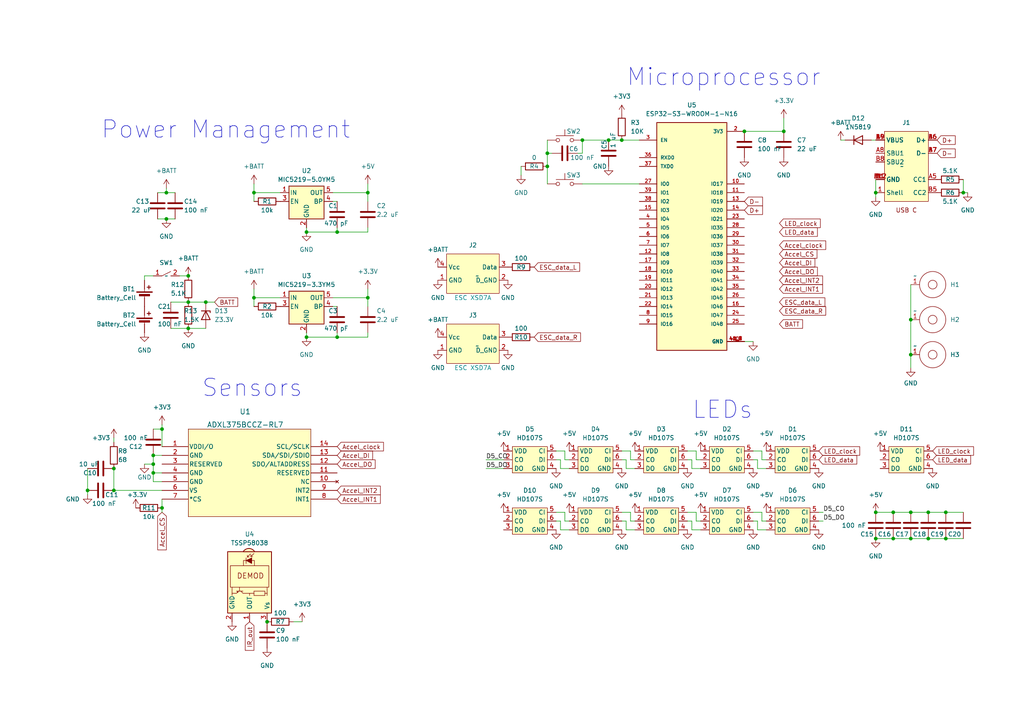
<source format=kicad_sch>
(kicad_sch (version 20230121) (generator eeschema)
  (paper "A4")
  (title_block (title "Danger Donut") (date "2023-08-15") (rev "V1"))
  (lib_symbols
    (symbol "ADXL375:ADXL375BCCZ-RL7" (pin_names (offset 0.254))
      (property "Reference" "U" (at 0 16.51 0))
      (property "Value" "ADXL375BCCZ-RL7" (at 0 13.97 0))
      (symbol "ADXL375BCCZ-RL7_0_1"
        (pin power_in line (at -24.13 7.62 0) (length 7.62) (name "VDDI/O") (number "1"))
        (pin no_connect line (at 26.67 -2.54 180) (length 7.62) (name "NC") (number "10"))
        (pin unspecified line (at 26.67 0 180) (length 7.62) (name "RESERVED") (number "11"))
        (pin unspecified line (at 26.67 2.54 180) (length 7.62) (name "SDO/ALTADDRESS") (number "12"))
        (pin unspecified line (at 26.67 5.08 180) (length 7.62) (name "SDA/SDI/SDIO") (number "13"))
        (pin unspecified line (at 26.67 7.62 180) (length 7.62) (name "SCL/SCLK") (number "14"))
        (pin power_out line (at -24.13 5.08 0) (length 7.62) (name "GND") (number "2"))
        (pin unspecified line (at -24.13 2.54 0) (length 7.62) (name "RESERVED") (number "3"))
        (pin power_out line (at -24.13 0 0) (length 7.62) (name "GND") (number "4"))
        (pin power_out line (at -24.13 -2.54 0) (length 7.62) (name "GND") (number "5"))
        (pin unspecified line (at -24.13 -5.08 0) (length 7.62) (name "VS") (number "6"))
        (pin unspecified line (at -24.13 -7.62 0) (length 7.62) (name "*CS") (number "7"))
        (pin bidirectional line (at 26.67 -7.62 180) (length 7.62) (name "INT1") (number "8"))
        (pin bidirectional line (at 26.67 -5.08 180) (length 7.62) (name "INT2") (number "9"))
      )
      (symbol "ADXL375BCCZ-RL7_1_1"
        (rectangle (start -16.51 12.7) (end 19.05 -12.7) (fill (type background)))
      )
    )
    (symbol "Device:Battery_Cell" (pin_numbers hide) (pin_names (offset 0) hide)
      (property "Reference" "BT" (at 2.54 2.54 0))
      (property "Value" "Battery_Cell" (at 2.54 0 0))
      (symbol "Battery_Cell_0_1"
        (rectangle (start -2.286 1.778) (end 2.286 1.524) (fill (type outline)))
        (rectangle (start -1.524 1.016) (end 1.524 0.508) (fill (type outline)))
        (polyline (pts (xy 0 0.762) (xy 0 0)))
        (polyline (pts (xy 0 1.778) (xy 0 2.54)))
        (polyline (pts (xy 0.762 3.048) (xy 1.778 3.048)) (stroke (width 0.254)))
        (polyline (pts (xy 1.27 3.556) (xy 1.27 2.54)) (stroke (width 0.254)))
      )
      (symbol "Battery_Cell_1_1"
        (pin passive line (at 0 5.08 270) (length 2.54) (name "+") (number "1"))
        (pin passive line (at 0 -2.54 90) (length 2.54) (name "-") (number "2"))
      )
    )
    (symbol "Device:C" (pin_numbers hide) (pin_names (offset 0.254))
      (property "Reference" "C" (at 0.635 2.54 0))
      (property "Value" "C" (at 0.635 -2.54 0))
      (symbol "C_0_1"
        (polyline (pts (xy -2.032 -0.762) (xy 2.032 -0.762)) (stroke (width 0.508)))
        (polyline (pts (xy -2.032 0.762) (xy 2.032 0.762)) (stroke (width 0.508)))
      )
      (symbol "C_1_1"
        (pin passive line (at 0 3.81 270) (length 2.794) (name "~") (number "1"))
        (pin passive line (at 0 -3.81 90) (length 2.794) (name "~") (number "2"))
      )
    )
    (symbol "Device:D" (pin_numbers hide) (pin_names (offset 1.016) hide)
      (property "Reference" "D" (at 0 2.54 0))
      (property "Value" "D" (at 0 -2.54 0))
      (symbol "D_0_1"
        (polyline (pts (xy -1.27 1.27) (xy -1.27 -1.27)) (stroke (width 0.254)))
        (polyline (pts (xy 1.27 0) (xy -1.27 0)))
        (polyline (pts (xy 1.27 1.27) (xy 1.27 -1.27) (xy -1.27 0) (xy 1.27 1.27)) (stroke (width 0.254)))
      )
      (symbol "D_1_1"
        (pin passive line (at -3.81 0 0) (length 2.54) (name "K") (number "1"))
        (pin passive line (at 3.81 0 180) (length 2.54) (name "A") (number "2"))
      )
    )
    (symbol "Device:D_Zener" (pin_numbers hide) (pin_names (offset 1.016) hide)
      (property "Reference" "D" (at 0 2.54 0))
      (property "Value" "D_Zener" (at 0 -2.54 0))
      (symbol "D_Zener_0_1"
        (polyline (pts (xy 1.27 0) (xy -1.27 0)))
        (polyline (pts (xy -1.27 -1.27) (xy -1.27 1.27) (xy -0.762 1.27)) (stroke (width 0.254)))
        (polyline (pts (xy 1.27 -1.27) (xy 1.27 1.27) (xy -1.27 0) (xy 1.27 -1.27)) (stroke (width 0.254)))
      )
      (symbol "D_Zener_1_1"
        (pin passive line (at -3.81 0 0) (length 2.54) (name "K") (number "1"))
        (pin passive line (at 3.81 0 180) (length 2.54) (name "A") (number "2"))
      )
    )
    (symbol "Device:R" (pin_numbers hide) (pin_names (offset 0))
      (property "Reference" "R" (at 2.032 0 90))
      (property "Value" "R" (at 0 0 90))
      (symbol "R_0_1"
        (rectangle (start -1.016 -2.54) (end 1.016 2.54) (stroke (width 0.254)))
      )
      (symbol "R_1_1"
        (pin passive line (at 0 3.81 270) (length 1.27) (name "~") (number "1"))
        (pin passive line (at 0 -3.81 90) (length 1.27) (name "~") (number "2"))
      )
    )
    (symbol "ESC XSD7A:ESC_XSD7A"
      (property "Reference" "J" (at -1.27 7.62 0))
      (symbol "ESC_XSD7A_1_1"
        (rectangle (start -7.62 6.35) (end 7.62 -5.08) (fill (type background)))
        (text "ESC XSD7A" (at 0 -6.35 0) (effects (font (size 1.27 1.27))))
        (pin power_in line (at -10.16 -1.27 0) (length 2.54) (name "GND") (number "1"))
        (pin power_in line (at 10.16 -1.27 180) (length 2.54) (name "D_GND") (number "2"))
        (pin bidirectional line (at 10.16 2.54 180) (length 2.54) (name "Data") (number "3"))
        (pin power_in line (at -10.16 2.54 0) (length 2.54) (name "Vcc") (number "4"))
      )
    )
    (symbol "ESC_XSD7A_1"
      (property "Reference" "J" (at -1.27 7.62 0))
      (symbol "ESC_XSD7A_1_1_1"
        (rectangle (start -7.62 6.35) (end 7.62 -5.08) (fill (type background)))
        (text "ESC XSD7A" (at 0 -6.35 0) (effects (font (size 1.27 1.27))))
        (pin power_in line (at -10.16 -1.27 0) (length 2.54) (name "GND") (number "1"))
        (pin power_in line (at 10.16 -1.27 180) (length 2.54) (name "D_GND") (number "2"))
        (pin bidirectional line (at 10.16 2.54 180) (length 2.54) (name "Data") (number "3"))
        (pin power_in line (at -10.16 2.54 0) (length 2.54) (name "Vcc") (number "4"))
      )
    )
    (symbol "ESP32-S3-WROOM-1-N8R2:ESP32-S3-WROOM-1-N8R2" (pin_names (offset 1.016))
      (property "Reference" "U" (at -10.16 34.1122 0))
      (property "Value" "ESP32-S3-WROOM-1-N8R2" (at -10.16 -35.56 0))
      (symbol "ESP32-S3-WROOM-1-N8R2_0_0"
        (rectangle (start -10.16 -33.02) (end 10.16 33.02) (stroke (width 0.254)) (fill (type background)))
        (pin power_in line (at 15.24 -30.48 180) (length 5.08) (name "GND") (number "1"))
        (pin bidirectional line (at 15.24 15.24 180) (length 5.08) (name "IO17") (number "10"))
        (pin bidirectional line (at 15.24 12.7 180) (length 5.08) (name "IO18") (number "11"))
        (pin bidirectional line (at -15.24 -5.08 0) (length 5.08) (name "IO8") (number "12"))
        (pin bidirectional line (at 15.24 10.16 180) (length 5.08) (name "IO19") (number "13"))
        (pin bidirectional line (at 15.24 7.62 180) (length 5.08) (name "IO20") (number "14"))
        (pin bidirectional line (at -15.24 7.62 0) (length 5.08) (name "IO3") (number "15"))
        (pin bidirectional line (at 15.24 -20.32 180) (length 5.08) (name "IO46") (number "16"))
        (pin bidirectional line (at -15.24 -7.62 0) (length 5.08) (name "IO9") (number "17"))
        (pin bidirectional line (at -15.24 -10.16 0) (length 5.08) (name "IO10") (number "18"))
        (pin bidirectional line (at -15.24 -12.7 0) (length 5.08) (name "IO11") (number "19"))
        (pin power_in line (at 15.24 30.48 180) (length 5.08) (name "3V3") (number "2"))
        (pin bidirectional line (at -15.24 -15.24 0) (length 5.08) (name "IO12") (number "20"))
        (pin bidirectional line (at -15.24 -17.78 0) (length 5.08) (name "IO13") (number "21"))
        (pin bidirectional line (at -15.24 -20.32 0) (length 5.08) (name "IO14") (number "22"))
        (pin bidirectional line (at 15.24 5.08 180) (length 5.08) (name "IO21") (number "23"))
        (pin bidirectional line (at 15.24 -22.86 180) (length 5.08) (name "IO47") (number "24"))
        (pin bidirectional line (at 15.24 -25.4 180) (length 5.08) (name "IO48") (number "25"))
        (pin bidirectional line (at 15.24 -17.78 180) (length 5.08) (name "IO45") (number "26"))
        (pin bidirectional line (at -15.24 15.24 0) (length 5.08) (name "IO0") (number "27"))
        (pin bidirectional line (at 15.24 2.54 180) (length 5.08) (name "IO35") (number "28"))
        (pin bidirectional line (at 15.24 0 180) (length 5.08) (name "IO36") (number "29"))
        (pin input line (at -15.24 27.94 0) (length 5.08) (name "EN") (number "3"))
        (pin bidirectional line (at 15.24 -2.54 180) (length 5.08) (name "IO37") (number "30"))
        (pin bidirectional line (at 15.24 -5.08 180) (length 5.08) (name "IO38") (number "31"))
        (pin bidirectional line (at 15.24 -7.62 180) (length 5.08) (name "IO39") (number "32"))
        (pin bidirectional line (at 15.24 -10.16 180) (length 5.08) (name "IO40") (number "33"))
        (pin bidirectional line (at 15.24 -12.7 180) (length 5.08) (name "IO41") (number "34"))
        (pin bidirectional line (at 15.24 -15.24 180) (length 5.08) (name "IO42") (number "35"))
        (pin bidirectional line (at -15.24 22.86 0) (length 5.08) (name "RXD0") (number "36"))
        (pin bidirectional line (at -15.24 20.32 0) (length 5.08) (name "TXD0") (number "37"))
        (pin bidirectional line (at -15.24 10.16 0) (length 5.08) (name "IO2") (number "38"))
        (pin bidirectional line (at -15.24 12.7 0) (length 5.08) (name "IO1") (number "39"))
        (pin bidirectional line (at -15.24 5.08 0) (length 5.08) (name "IO4") (number "4"))
        (pin power_in line (at 15.24 -30.48 180) (length 5.08) (name "GND") (number "40"))
        (pin power_in line (at 15.24 -30.48 180) (length 5.08) (name "GND") (number "41_1"))
        (pin power_in line (at 15.24 -30.48 180) (length 5.08) (name "GND") (number "41_2"))
        (pin power_in line (at 15.24 -30.48 180) (length 5.08) (name "GND") (number "41_3"))
        (pin power_in line (at 15.24 -30.48 180) (length 5.08) (name "GND") (number "41_4"))
        (pin power_in line (at 15.24 -30.48 180) (length 5.08) (name "GND") (number "41_5"))
        (pin power_in line (at 15.24 -30.48 180) (length 5.08) (name "GND") (number "41_6"))
        (pin power_in line (at 15.24 -30.48 180) (length 5.08) (name "GND") (number "41_7"))
        (pin power_in line (at 15.24 -30.48 180) (length 5.08) (name "GND") (number "41_8"))
        (pin power_in line (at 15.24 -30.48 180) (length 5.08) (name "GND") (number "41_9"))
        (pin bidirectional line (at -15.24 2.54 0) (length 5.08) (name "IO5") (number "5"))
        (pin bidirectional line (at -15.24 0 0) (length 5.08) (name "IO6") (number "6"))
        (pin bidirectional line (at -15.24 -2.54 0) (length 5.08) (name "IO7") (number "7"))
        (pin bidirectional line (at -15.24 -22.86 0) (length 5.08) (name "IO15") (number "8"))
        (pin bidirectional line (at -15.24 -25.4 0) (length 5.08) (name "IO16") (number "9"))
      )
    )
    (symbol "HD107S:HD107S"
      (property "Reference" "D" (at -3.81 5.08 0))
      (property "Value" "HD107S" (at 0 -5.08 0))
      (symbol "HD107S_1_1"
        (rectangle (start -5.08 3.81) (end 5.08 -3.81) (fill (type background)))
        (pin power_in line (at -7.62 2.54 0) (length 2.54) (name "VDD") (number "1"))
        (pin output line (at -7.62 0 0) (length 2.54) (name "CO") (number "2"))
        (pin output line (at -7.62 -2.54 0) (length 2.54) (name "DO") (number "3"))
        (pin power_in line (at 7.62 -2.54 180) (length 2.54) (name "GND") (number "4"))
        (pin input line (at 7.62 2.54 180) (length 2.54) (name "CI") (number "5"))
        (pin input line (at 7.62 0 180) (length 2.54) (name "DI") (number "6"))
      )
    )
    (symbol "Regulator_Linear:MIC5219-3.3YM5" (pin_names (offset 0.254))
      (property "Reference" "U" (at -3.81 5.715 0))
      (property "Value" "MIC5219-3.3YM5" (at 0 5.715 0))
      (symbol "MIC5219-3.3YM5_0_1"
        (rectangle (start -5.08 4.445) (end 5.08 -5.08) (stroke (width 0.254)) (fill (type background)))
      )
      (symbol "MIC5219-3.3YM5_1_1"
        (pin power_in line (at -7.62 2.54 0) (length 2.54) (name "IN") (number "1"))
        (pin power_in line (at 0 -7.62 90) (length 2.54) (name "GND") (number "2"))
        (pin input line (at -7.62 0 0) (length 2.54) (name "EN") (number "3"))
        (pin input line (at 7.62 0 180) (length 2.54) (name "BP") (number "4"))
        (pin power_out line (at 7.62 2.54 180) (length 2.54) (name "OUT") (number "5"))
      )
    )
    (symbol "Regulator_Linear:MIC5219-5.0YM5" (pin_names (offset 0.254))
      (property "Reference" "U" (at -3.81 5.715 0))
      (property "Value" "MIC5219-5.0YM5" (at 0 5.715 0))
      (symbol "MIC5219-5.0YM5_0_1"
        (rectangle (start -5.08 4.445) (end 5.08 -5.08) (stroke (width 0.254)) (fill (type background)))
      )
      (symbol "MIC5219-5.0YM5_1_1"
        (pin power_in line (at -7.62 2.54 0) (length 2.54) (name "IN") (number "1"))
        (pin power_in line (at 0 -7.62 90) (length 2.54) (name "GND") (number "2"))
        (pin input line (at -7.62 0 0) (length 2.54) (name "EN") (number "3"))
        (pin input line (at 7.62 0 180) (length 2.54) (name "BP") (number "4"))
        (pin power_out line (at 7.62 2.54 180) (length 2.54) (name "OUT") (number "5"))
      )
    )
    (symbol "SMD_round_nut:SMTSO2515"
      (property "Reference" "H" (at -1.27 -2.54 0))
      (symbol "SMTSO2515_0_1"
        (circle (center 0 0) (radius 1.27))
        (circle (center 0 0) (radius 3.81))
      )
      (symbol "SMTSO2515_1_1"
        (pin input line (at -6.35 0 0) (length 2.54) (name "") (number "1"))
      )
    )
    (symbol "SMD_round_nut:SMTSO2515_SW"
      (property "Reference" "SW" (at 0 3.81 0))
      (symbol "SMTSO2515_SW_0_1"
        (polyline (pts (xy -1.27 0) (xy 1.27 1.27)))
      )
      (symbol "SMTSO2515_SW_1_1"
        (pin input line (at -3.81 0 0) (length 2.54) (name "") (number "1"))
        (pin output line (at 3.81 0 180) (length 2.54) (name "") (number "2"))
      )
    )
    (symbol "Sensor_Proximity:TSSP58038" (pin_names (offset 1.016))
      (property "Reference" "U" (at -10.16 7.62 0))
      (property "Value" "TSSP58038" (at -10.16 -7.62 0))
      (symbol "TSSP58038_0_0"
        (arc (start -10.287 1.397) (mid -11.0899 -0.1852) (end -10.287 -1.778) (stroke (width 0.254)) (fill (type background)))
        (polyline (pts (xy 1.905 -5.08) (xy 0.127 -5.08)))
        (polyline (pts (xy 1.905 5.08) (xy 0.127 5.08)))
        (text "DEMOD" (at -3.175 0.254 900) (effects (font (size 1.524 1.524))))
      )
      (symbol "TSSP58038_0_1"
        (rectangle (start -6.096 5.588) (end 0.127 -5.588))
        (polyline (pts (xy -8.763 0.381) (xy -9.652 1.27)))
        (polyline (pts (xy -8.763 0.381) (xy -9.271 0.381)))
        (polyline (pts (xy -8.763 0.381) (xy -8.763 0.889)))
        (polyline (pts (xy -8.636 -0.635) (xy -9.525 0.254)))
        (polyline (pts (xy -8.636 -0.635) (xy -9.144 -0.635)))
        (polyline (pts (xy -8.636 -0.635) (xy -8.636 -0.127)))
        (polyline (pts (xy -8.382 -1.016) (xy -6.731 -1.016)))
        (polyline (pts (xy 1.27 -2.921) (xy 0.127 -2.921)))
        (polyline (pts (xy 1.27 -1.905) (xy 1.27 -3.81)))
        (polyline (pts (xy 1.397 -3.556) (xy 1.524 -3.556)))
        (polyline (pts (xy 1.651 -3.556) (xy 1.524 -3.556)))
        (polyline (pts (xy 1.651 -3.556) (xy 1.651 -3.302)))
        (polyline (pts (xy 1.905 0) (xy 1.905 1.27)))
        (polyline (pts (xy 1.905 4.445) (xy 1.905 5.08) (xy 2.54 5.08)))
        (polyline (pts (xy -8.382 0.635) (xy -6.731 0.635) (xy -7.62 -1.016) (xy -8.382 0.635)) (fill (type outline)))
        (polyline (pts (xy -6.096 1.397) (xy -7.62 1.397) (xy -7.62 -1.778) (xy -6.096 -1.778)))
        (polyline (pts (xy 1.27 -3.175) (xy 1.905 -3.81) (xy 1.905 -5.08) (xy 2.54 -5.08)))
        (polyline (pts (xy 1.27 -2.54) (xy 1.905 -1.905) (xy 1.905 0) (xy 2.54 0)))
        (rectangle (start 2.54 1.27) (end 1.27 4.445))
        (rectangle (start 7.62 6.35) (end -10.16 -6.35) (stroke (width 0.254)) (fill (type background)))
      )
      (symbol "TSSP58038_1_1"
        (pin output line (at 10.16 0 180) (length 2.54) (name "OUT") (number "1"))
        (pin power_in line (at 10.16 -5.08 180) (length 2.54) (name "GND") (number "2"))
        (pin power_in line (at 10.16 5.08 180) (length 2.54) (name "Vs") (number "3"))
      )
    )
    (symbol "Switch:SW_Push" (pin_numbers hide) (pin_names (offset 1.016) hide)
      (property "Reference" "SW" (at 1.27 2.54 0))
      (property "Value" "SW_Push" (at 0 -1.524 0))
      (symbol "SW_Push_0_1"
        (circle (center -2.032 0) (radius 0.508))
        (polyline (pts (xy 0 1.27) (xy 0 3.048)))
        (polyline (pts (xy 2.54 1.27) (xy -2.54 1.27)))
        (circle (center 2.032 0) (radius 0.508))
        (pin passive line (at -5.08 0 0) (length 2.54) (name "1") (number "1"))
        (pin passive line (at 5.08 0 180) (length 2.54) (name "2") (number "2"))
      )
    )
    (symbol "TYPEC-300D-BCP16H88:TYPEC-300D-BCP16H88"
      (property "Reference" "J" (at -1.27 11.43 0))
      (symbol "TYPEC-300D-BCP16H88_1_1"
        (rectangle (start -6.35 10.16) (end 6.35 -10.16) (fill (type background)))
        (text "USB C" (at 0 -12.7 0) (effects (font (size 1.27 1.27))))
        (pin power_in line (at -8.89 -7.62 0) (length 2.54) (name "Shell") (number "1"))
        (pin power_in line (at -8.89 -3.81 0) (length 2.54) (name "GND") (number "A1"))
        (pin power_in line (at -8.89 -3.81 0) (length 2.54) (name "GND") (number "A12"))
        (pin power_in line (at -8.89 7.62 0) (length 2.54) (name "VBUS") (number "A4"))
        (pin bidirectional line (at 8.89 -3.81 180) (length 2.54) (name "CC1") (number "A5"))
        (pin bidirectional line (at 8.89 7.62 180) (length 2.54) (name "D+") (number "A6"))
        (pin bidirectional line (at 8.89 3.81 180) (length 2.54) (name "D-") (number "A7"))
        (pin bidirectional line (at -8.89 3.81 0) (length 2.54) (name "SBU1") (number "A8"))
        (pin power_in line (at -8.89 7.62 0) (length 2.54) (name "VBUS") (number "A9"))
        (pin power_in line (at -8.89 -3.81 0) (length 2.54) (name "GND") (number "B1"))
        (pin power_in line (at -8.89 -3.81 0) (length 2.54) (name "GND") (number "B12"))
        (pin power_in line (at -8.89 7.62 0) (length 2.54) (name "VBUS") (number "B4"))
        (pin bidirectional line (at 8.89 -7.62 180) (length 2.54) (name "CC2") (number "B5"))
        (pin bidirectional line (at 8.89 7.62 180) (length 2.54) (name "D+") (number "B6"))
        (pin bidirectional line (at 8.89 3.81 180) (length 2.54) (name "D-") (number "B7"))
        (pin bidirectional line (at -8.89 1.27 0) (length 2.54) (name "SBU2") (number "B8"))
        (pin power_in line (at -8.89 7.62 0) (length 2.54) (name "VBUS") (number "B9"))
      )
    )
    (symbol "power:+3.3V" (power) (pin_names (offset 0))
      (property "Value" "+3.3V" (at 0 3.556 0))
      (symbol "+3.3V_0_1"
        (polyline (pts (xy -0.762 1.27) (xy 0 2.54)))
        (polyline (pts (xy 0 0) (xy 0 2.54)))
        (polyline (pts (xy 0 2.54) (xy 0.762 1.27)))
      )
      (symbol "+3.3V_1_1"
        (pin power_in line (at 0 0 90) (length 0) hide (name "+3.3V") (number "1"))
      )
    )
    (symbol "power:+3V3" (power) (pin_names (offset 0))
      (property "Value" "+3V3" (at 0 3.556 0))
      (symbol "+3V3_0_1"
        (polyline (pts (xy -0.762 1.27) (xy 0 2.54)))
        (polyline (pts (xy 0 0) (xy 0 2.54)))
        (polyline (pts (xy 0 2.54) (xy 0.762 1.27)))
      )
      (symbol "+3V3_1_1"
        (pin power_in line (at 0 0 90) (length 0) hide (name "+3V3") (number "1"))
      )
    )
    (symbol "power:+5V" (power) (pin_names (offset 0))
      (property "Value" "+5V" (at 0 3.556 0))
      (symbol "+5V_0_1"
        (polyline (pts (xy -0.762 1.27) (xy 0 2.54)))
        (polyline (pts (xy 0 0) (xy 0 2.54)))
        (polyline (pts (xy 0 2.54) (xy 0.762 1.27)))
      )
      (symbol "+5V_1_1"
        (pin power_in line (at 0 0 90) (length 0) hide (name "+5V") (number "1"))
      )
    )
    (symbol "power:+BATT" (power) (pin_names (offset 0))
      (property "Value" "+BATT" (at 0 3.556 0))
      (symbol "+BATT_0_1"
        (polyline (pts (xy -0.762 1.27) (xy 0 2.54)))
        (polyline (pts (xy 0 0) (xy 0 2.54)))
        (polyline (pts (xy 0 2.54) (xy 0.762 1.27)))
      )
      (symbol "+BATT_1_1"
        (pin power_in line (at 0 0 90) (length 0) hide (name "+BATT") (number "1"))
      )
    )
    (symbol "power:GND" (power) (pin_names (offset 0))
      (property "Value" "GND" (at 0 -3.81 0))
      (symbol "GND_0_1"
        (polyline (pts (xy 0 0) (xy 0 -1.27) (xy 1.27 -1.27) (xy 0 -2.54) (xy -1.27 -1.27) (xy 0 -1.27)))
      )
      (symbol "GND_1_1"
        (pin power_in line (at 0 0 270) (length 0) hide (name "GND") (number "1"))
      )
    )
  )
  (junction (at 44.45 137.16))
  (junction (at 106.68 86.36))
  (junction (at 259.08 148.59))
  (junction (at 274.32 156.21))
  (junction (at 158.75 48.26))
  (junction (at 77.47 180.34))
  (junction (at 88.9 67.31))
  (junction (at 33.02 135.89))
  (junction (at 48.26 63.5))
  (junction (at 269.24 148.59))
  (junction (at 88.9 97.79))
  (junction (at 264.16 92.71))
  (junction (at 73.66 86.36))
  (junction (at 33.02 142.24))
  (junction (at 254 156.21))
  (junction (at 106.68 55.88))
  (junction (at 97.79 67.31))
  (junction (at 254 148.59))
  (junction (at 54.61 87.63))
  (junction (at 264.16 148.59))
  (junction (at 227.33 38.1))
  (junction (at 158.75 44.45))
  (junction (at 97.79 97.79))
  (junction (at 59.69 87.63))
  (junction (at 25.4 142.24))
  (junction (at 46.99 147.32))
  (junction (at 264.16 102.87))
  (junction (at 264.16 156.21))
  (junction (at 46.99 124.46))
  (junction (at 176.53 40.64))
  (junction (at 44.45 132.08))
  (junction (at 274.32 148.59))
  (junction (at 279.4 55.88))
  (junction (at 48.26 55.88))
  (junction (at 44.45 134.62))
  (junction (at 269.24 156.21))
  (junction (at 254 55.88))
  (junction (at 54.61 80.01))
  (junction (at 54.61 95.25))
  (junction (at 180.34 40.64))
  (junction (at 215.9 38.1))
  (junction (at 73.66 55.88))
  (junction (at 168.91 40.64))
  (junction (at 259.08 156.21))
  (wire (pts (xy 180.34 40.64) (xy 185.42 40.64)))
  (wire (pts (xy 73.66 53.34) (xy 73.66 55.88)))
  (wire (pts (xy 162.56 151.13) (xy 162.56 153.67)))
  (wire (pts (xy 44.45 132.08) (xy 44.45 134.62)))
  (wire (pts (xy 50.8 55.88) (xy 48.26 55.88)))
  (wire (pts (xy 165.1 133.35) (xy 163.83 133.35)))
  (wire (pts (xy 184.15 151.13) (xy 182.88 151.13)))
  (wire (pts (xy 269.24 156.21) (xy 274.32 156.21)))
  (wire (pts (xy 254 52.07) (xy 254 55.88)))
  (wire (pts (xy 181.61 133.35) (xy 181.61 135.89)))
  (wire (pts (xy 264.16 82.55) (xy 264.16 92.71)))
  (wire (pts (xy 161.29 151.13) (xy 162.56 151.13)))
  (wire (pts (xy 158.75 48.26) (xy 158.75 53.34)))
  (wire (pts (xy 184.15 133.35) (xy 182.88 133.35)))
  (wire (pts (xy 218.44 133.35) (xy 219.71 133.35)))
  (wire (pts (xy 259.08 156.21) (xy 264.16 156.21)))
  (wire (pts (xy 97.79 97.79) (xy 106.68 97.79)))
  (wire (pts (xy 238.76 151.13) (xy 237.49 151.13)))
  (wire (pts (xy 274.32 148.59) (xy 279.4 148.59)))
  (wire (pts (xy 48.26 54.61) (xy 48.26 55.88)))
  (wire (pts (xy 218.44 99.06) (xy 215.9 99.06)))
  (wire (pts (xy 106.68 67.31) (xy 97.79 67.31)))
  (wire (pts (xy 44.45 80.01) (xy 41.91 80.01)))
  (wire (pts (xy 200.66 151.13) (xy 199.39 151.13)))
  (wire (pts (xy 97.79 67.31) (xy 97.79 66.04)))
  (wire (pts (xy 182.88 151.13) (xy 182.88 148.59)))
  (wire (pts (xy 199.39 148.59) (xy 201.93 148.59)))
  (wire (pts (xy 33.02 127) (xy 33.02 128.27)))
  (wire (pts (xy 96.52 55.88) (xy 106.68 55.88)))
  (wire (pts (xy 162.56 135.89) (xy 165.1 135.89)))
  (wire (pts (xy 259.08 148.59) (xy 264.16 148.59)))
  (wire (pts (xy 151.13 50.8) (xy 151.13 48.26)))
  (wire (pts (xy 48.26 55.88) (xy 45.72 55.88)))
  (wire (pts (xy 88.9 67.31) (xy 97.79 67.31)))
  (wire (pts (xy 44.45 134.62) (xy 44.45 137.16)))
  (wire (pts (xy 264.16 156.21) (xy 269.24 156.21)))
  (wire (pts (xy 44.45 137.16) (xy 46.99 137.16)))
  (wire (pts (xy 73.66 58.42) (xy 73.66 55.88)))
  (wire (pts (xy 44.45 139.7) (xy 46.99 139.7)))
  (wire (pts (xy 73.66 83.82) (xy 73.66 86.36)))
  (wire (pts (xy 254 55.88) (xy 254 57.15)))
  (wire (pts (xy 33.02 135.89) (xy 33.02 142.24)))
  (wire (pts (xy 44.45 124.46) (xy 46.99 124.46)))
  (wire (pts (xy 163.83 130.81) (xy 161.29 130.81)))
  (wire (pts (xy 181.61 153.67) (xy 184.15 153.67)))
  (wire (pts (xy 161.29 133.35) (xy 162.56 133.35)))
  (wire (pts (xy 97.79 97.79) (xy 97.79 96.52)))
  (wire (pts (xy 106.68 88.9) (xy 106.68 86.36)))
  (wire (pts (xy 254 148.59) (xy 259.08 148.59)))
  (wire (pts (xy 140.97 135.89) (xy 146.05 135.89)))
  (wire (pts (xy 168.91 40.64) (xy 176.53 40.64)))
  (wire (pts (xy 106.68 67.31) (xy 106.68 66.04)))
  (wire (pts (xy 168.91 40.64) (xy 168.91 44.45)))
  (wire (pts (xy 162.56 133.35) (xy 162.56 135.89)))
  (wire (pts (xy 25.4 143.51) (xy 25.4 142.24)))
  (wire (pts (xy 201.93 151.13) (xy 203.2 151.13)))
  (wire (pts (xy 158.75 40.64) (xy 158.75 44.45)))
  (wire (pts (xy 33.02 142.24) (xy 46.99 142.24)))
  (wire (pts (xy 165.1 151.13) (xy 163.83 151.13)))
  (wire (pts (xy 163.83 133.35) (xy 163.83 130.81)))
  (wire (pts (xy 201.93 130.81) (xy 199.39 130.81)))
  (wire (pts (xy 163.83 148.59) (xy 161.29 148.59)))
  (wire (pts (xy 264.16 148.59) (xy 269.24 148.59)))
  (wire (pts (xy 162.56 153.67) (xy 165.1 153.67)))
  (wire (pts (xy 252.73 40.64) (xy 254 40.64)))
  (wire (pts (xy 106.68 97.79) (xy 106.68 96.52)))
  (wire (pts (xy 54.61 95.25) (xy 59.69 95.25)))
  (wire (pts (xy 168.91 44.45) (xy 167.64 44.45)))
  (wire (pts (xy 88.9 67.31) (xy 88.9 66.04)))
  (wire (pts (xy 140.97 133.35) (xy 146.05 133.35)))
  (wire (pts (xy 41.91 134.62) (xy 44.45 134.62)))
  (wire (pts (xy 46.99 148.59) (xy 46.99 147.32)))
  (wire (pts (xy 219.71 133.35) (xy 219.71 135.89)))
  (wire (pts (xy 106.68 53.34) (xy 106.68 55.88)))
  (wire (pts (xy 158.75 44.45) (xy 158.75 48.26)))
  (wire (pts (xy 220.98 148.59) (xy 218.44 148.59)))
  (wire (pts (xy 201.93 148.59) (xy 201.93 151.13)))
  (wire (pts (xy 200.66 153.67) (xy 203.2 153.67)))
  (wire (pts (xy 25.4 135.89) (xy 25.4 142.24)))
  (wire (pts (xy 181.61 135.89) (xy 184.15 135.89)))
  (wire (pts (xy 48.26 63.5) (xy 50.8 63.5)))
  (wire (pts (xy 200.66 135.89) (xy 203.2 135.89)))
  (wire (pts (xy 46.99 147.32) (xy 46.99 144.78)))
  (wire (pts (xy 46.99 123.19) (xy 46.99 124.46)))
  (wire (pts (xy 279.4 55.88) (xy 280.67 55.88)))
  (wire (pts (xy 222.25 151.13) (xy 220.98 151.13)))
  (wire (pts (xy 88.9 97.79) (xy 88.9 96.52)))
  (wire (pts (xy 219.71 135.89) (xy 222.25 135.89)))
  (wire (pts (xy 220.98 130.81) (xy 218.44 130.81)))
  (wire (pts (xy 274.32 156.21) (xy 279.4 156.21)))
  (wire (pts (xy 218.44 151.13) (xy 219.71 151.13)))
  (wire (pts (xy 88.9 97.79) (xy 97.79 97.79)))
  (wire (pts (xy 106.68 58.42) (xy 106.68 55.88)))
  (wire (pts (xy 219.71 153.67) (xy 222.25 153.67)))
  (wire (pts (xy 46.99 124.46) (xy 46.99 129.54)))
  (wire (pts (xy 41.91 80.01) (xy 41.91 81.28)))
  (wire (pts (xy 73.66 86.36) (xy 73.66 88.9)))
  (wire (pts (xy 73.66 86.36) (xy 81.28 86.36)))
  (wire (pts (xy 54.61 87.63) (xy 59.69 87.63)))
  (wire (pts (xy 176.53 40.64) (xy 180.34 40.64)))
  (wire (pts (xy 264.16 92.71) (xy 264.16 102.87)))
  (wire (pts (xy 215.9 38.1) (xy 227.33 38.1)))
  (wire (pts (xy 182.88 130.81) (xy 180.34 130.81)))
  (wire (pts (xy 48.26 63.5) (xy 45.72 63.5)))
  (wire (pts (xy 44.45 132.08) (xy 46.99 132.08)))
  (wire (pts (xy 181.61 151.13) (xy 181.61 153.67)))
  (wire (pts (xy 238.76 148.59) (xy 237.49 148.59)))
  (wire (pts (xy 44.45 139.7) (xy 44.45 137.16)))
  (wire (pts (xy 168.91 53.34) (xy 185.42 53.34)))
  (wire (pts (xy 54.61 80.01) (xy 52.07 80.01)))
  (wire (pts (xy 180.34 133.35) (xy 181.61 133.35)))
  (wire (pts (xy 219.71 151.13) (xy 219.71 153.67)))
  (wire (pts (xy 97.79 58.42) (xy 96.52 58.42)))
  (wire (pts (xy 227.33 34.29) (xy 227.33 38.1)))
  (wire (pts (xy 180.34 151.13) (xy 181.61 151.13)))
  (wire (pts (xy 96.52 86.36) (xy 106.68 86.36)))
  (wire (pts (xy 59.69 87.63) (xy 62.23 87.63)))
  (wire (pts (xy 199.39 133.35) (xy 200.66 133.35)))
  (wire (pts (xy 106.68 83.82) (xy 106.68 86.36)))
  (wire (pts (xy 87.63 180.34) (xy 85.09 180.34)))
  (wire (pts (xy 163.83 151.13) (xy 163.83 148.59)))
  (wire (pts (xy 49.53 95.25) (xy 54.61 95.25)))
  (wire (pts (xy 182.88 133.35) (xy 182.88 130.81)))
  (wire (pts (xy 73.66 55.88) (xy 81.28 55.88)))
  (wire (pts (xy 220.98 151.13) (xy 220.98 148.59)))
  (wire (pts (xy 254 156.21) (xy 259.08 156.21)))
  (wire (pts (xy 220.98 133.35) (xy 220.98 130.81)))
  (wire (pts (xy 269.24 148.59) (xy 274.32 148.59)))
  (wire (pts (xy 200.66 151.13) (xy 200.66 153.67)))
  (wire (pts (xy 158.75 44.45) (xy 160.02 44.45)))
  (wire (pts (xy 49.53 87.63) (xy 54.61 87.63)))
  (wire (pts (xy 222.25 133.35) (xy 220.98 133.35)))
  (wire (pts (xy 97.79 88.9) (xy 96.52 88.9)))
  (wire (pts (xy 182.88 148.59) (xy 180.34 148.59)))
  (wire (pts (xy 243.84 40.64) (xy 245.11 40.64)))
  (wire (pts (xy 264.16 102.87) (xy 264.16 106.68)))
  (wire (pts (xy 279.4 52.07) (xy 279.4 55.88)))
  (wire (pts (xy 201.93 133.35) (xy 201.93 130.81)))
  (wire (pts (xy 200.66 133.35) (xy 200.66 135.89)))
  (wire (pts (xy 203.2 133.35) (xy 201.93 133.35)))
  (text "Power Management" (at 29.21 40.64 0) (effects (font (size 5 5)) (justify left bottom)))
  (text "Microprocessor " (at 181.61 25.4 0) (effects (font (size 5 5)) (justify left bottom)))
  (text "Sensors" (at 58.42 115.57 0) (effects (font (size 5 5)) (justify left bottom)))
  (text "LEDs" (at 200.66 121.92 0) (effects (font (size 5 5)) (justify left bottom)))
  (label "D5_DO" (at 140.97 135.89 0))
  (label "D5_CO" (at 140.97 133.35 0))
  (label "D5_DO" (at 238.76 151.13 0))
  (label "D5_CO" (at 238.76 148.59 0))
  (global_label "BATT" (shape input) (at 62.23 87.63 0) (property "Intersheetrefs" "${INTERSHEET_REFS}" (effects hide)))
  (global_label "Accel_DI" (shape input) (at 97.79 132.08 0) (property "Intersheetrefs" "${INTERSHEET_REFS}" (effects hide)))
  (global_label "Accel_DO" (shape input) (at 226.06 78.74 0) (property "Intersheetrefs" "${INTERSHEET_REFS}" (effects hide)))
  (global_label "D+" (shape input) (at 215.9 60.96 0) (property "Intersheetrefs" "${INTERSHEET_REFS}" (effects hide)))
  (global_label "LED_clock" (shape input) (at 270.51 130.81 0) (property "Intersheetrefs" "${INTERSHEET_REFS}" (effects hide)))
  (global_label "LED_clock" (shape input) (at 226.06 64.77 0) (property "Intersheetrefs" "${INTERSHEET_REFS}" (effects hide)))
  (global_label "D-" (shape input) (at 215.9 58.42 0) (property "Intersheetrefs" "${INTERSHEET_REFS}" (effects hide)))
  (global_label "Accel_DO" (shape input) (at 97.79 134.62 0) (property "Intersheetrefs" "${INTERSHEET_REFS}" (effects hide)))
  (global_label "BATT" (shape input) (at 226.06 93.98 0) (property "Intersheetrefs" "${INTERSHEET_REFS}" (effects hide)))
  (global_label "ESC_data_L" (shape input) (at 226.06 87.63 0) (property "Intersheetrefs" "${INTERSHEET_REFS}" (effects hide)))
  (global_label "Accel_clock" (shape input) (at 226.06 71.12 0) (property "Intersheetrefs" "${INTERSHEET_REFS}" (effects hide)))
  (global_label "IR_out" (shape input) (at 72.39 180.34 270) (property "Intersheetrefs" "${INTERSHEET_REFS}" (effects hide)))
  (global_label "Accel_INT1" (shape input) (at 226.06 83.82 0) (property "Intersheetrefs" "${INTERSHEET_REFS}" (effects hide)))
  (global_label "ESC_data_R" (shape input) (at 226.06 90.17 0) (property "Intersheetrefs" "${INTERSHEET_REFS}" (effects hide)))
  (global_label "D+" (shape input) (at 271.78 40.64 0) (property "Intersheetrefs" "${INTERSHEET_REFS}" (effects hide)))
  (global_label "Accel_INT2" (shape input) (at 97.79 142.24 0) (property "Intersheetrefs" "${INTERSHEET_REFS}" (effects hide)))
  (global_label "Accel_CS" (shape input) (at 226.06 73.66 0) (property "Intersheetrefs" "${INTERSHEET_REFS}" (effects hide)))
  (global_label "D-" (shape input) (at 271.78 44.45 0) (property "Intersheetrefs" "${INTERSHEET_REFS}" (effects hide)))
  (global_label "Accel_DI" (shape input) (at 226.06 76.2 0) (property "Intersheetrefs" "${INTERSHEET_REFS}" (effects hide)))
  (global_label "Accel_INT2" (shape input) (at 226.06 81.28 0) (property "Intersheetrefs" "${INTERSHEET_REFS}" (effects hide)))
  (global_label "LED_data" (shape input) (at 270.51 133.35 0) (property "Intersheetrefs" "${INTERSHEET_REFS}" (effects hide)))
  (global_label "Accel_CS" (shape input) (at 46.99 148.59 270) (property "Intersheetrefs" "${INTERSHEET_REFS}" (effects hide)))
  (global_label "Accel_INT1" (shape input) (at 97.79 144.78 0) (property "Intersheetrefs" "${INTERSHEET_REFS}" (effects hide)))
  (global_label "LED_data" (shape input) (at 237.49 133.35 0) (property "Intersheetrefs" "${INTERSHEET_REFS}" (effects hide)))
  (global_label "LED_data" (shape input) (at 226.06 67.31 0) (property "Intersheetrefs" "${INTERSHEET_REFS}" (effects hide)))
  (global_label "LED_clock" (shape input) (at 237.49 130.81 0) (property "Intersheetrefs" "${INTERSHEET_REFS}" (effects hide)))
  (global_label "Accel_clock" (shape input) (at 97.79 129.54 0) (property "Intersheetrefs" "${INTERSHEET_REFS}" (effects hide)))
  (global_label "ESC_data_L" (shape input) (at 154.94 77.47 0) (property "Intersheetrefs" "${INTERSHEET_REFS}" (effects hide)))
  (global_label "ESC_data_R" (shape input) (at 154.94 97.79 0) (property "Intersheetrefs" "${INTERSHEET_REFS}" (effects hide)))
  (symbol (lib_id "Device:C") (at 97.79 92.71 0) (unit 1)
    (property "Reference" "C3" (at 95.25 90.17 0) (effects (justify left)))
    (property "Value" "470 pF" (at 93.98 95.25 0) (effects (justify left)))
  )
  (symbol (lib_id "power:GND") (at 199.39 153.67 0) (unit 1)
    (property "Reference" "#PWR026" (effects hide))
    (property "Value" "GND" (at 199.39 158.75 0))
  )
  (symbol (lib_id "power:+3.3V") (at 227.33 34.29 0) (unit 1)
    (property "Reference" "#PWR02" (effects hide))
    (property "Value" "+3.3V" (at 227.33 29.21 0))
  )
  (symbol (lib_id "Device:C") (at 279.4 152.4 180) (unit 1)
    (property "Reference" "C20" (at 276.86 154.94 0))
    (property "Value" "100 nF" (effects hide))
  )
  (symbol (lib_id "HD107S:HD107S") (at 229.87 151.13 0) (unit 1)
    (property "Reference" "D6" (at 229.87 142.24 0))
    (property "Value" "HD107S" (at 229.87 144.78 0))
    (property "Footprint" "HD107S" (effects hide))
  )
  (symbol (lib_id "power:+5V") (at 203.2 148.59 0) (unit 1)
    (property "Reference" "#PWR023" (effects hide))
    (property "Value" "+5V" (at 203.2 143.51 0))
  )
  (symbol (lib_id "power:+5V") (at 146.05 130.81 0) (unit 1)
    (property "Reference" "#PWR019" (effects hide))
    (property "Value" "+5V" (at 146.05 125.73 0))
  )
  (symbol (lib_id "power:+5V") (at 146.05 148.59 0) (unit 1)
    (property "Reference" "#PWR029" (effects hide))
    (property "Value" "+5V" (at 146.05 143.51 0))
  )
  (symbol (lib_id "Regulator_Linear:MIC5219-5.0YM5") (at 88.9 58.42 0) (unit 1)
    (property "Reference" "U2" (at 88.9 49.53 0))
    (property "Value" "MIC5219-5.0YM5" (at 88.9 52.07 0))
    (property "Footprint" "Package_TO_SOT_SMD:SOT-23-5" (effects hide))
    (property "Datasheet" "http://ww1.microchip.com/downloads/en/DeviceDoc/MIC5219-500mA-Peak-Output-LDO-Regulator-DS20006021A.pdf" (effects hide))
  )
  (symbol (lib_id "Device:R") (at 81.28 180.34 90) (unit 1)
    (property "Reference" "R7" (at 81.28 180.34 90))
    (property "Value" "100" (at 81.28 177.8 90))
  )
  (symbol (lib_id "power:GND") (at 25.4 143.51 0) (unit 1)
    (property "Reference" "#PWR058" (effects hide))
    (property "Value" "GND" (at 19.05 144.78 0) (effects (justify left)))
  )
  (symbol (lib_id "power:+5V") (at 184.15 130.81 0) (unit 1)
    (property "Reference" "#PWR015" (effects hide))
    (property "Value" "+5V" (at 184.15 125.73 0))
  )
  (symbol (lib_id "Device:C") (at 254 152.4 180) (unit 1)
    (property "Reference" "C15" (at 251.46 154.94 0))
    (property "Value" "100 nF" (at 247.65 152.4 0))
  )
  (symbol (lib_id "power:GND") (at 48.26 63.5 0) (unit 1)
    (property "Reference" "#PWR031" (effects hide))
    (property "Value" "GND" (at 48.26 68.58 0))
  )
  (symbol (lib_id "Device:Battery_Cell") (at 41.91 93.98 0) (unit 1)
    (property "Reference" "BT2" (at 35.56 91.44 0) (effects (justify left)))
    (property "Value" "Battery_Cell" (at 27.94 93.98 0) (effects (justify left)))
    (property "Footprint" "Connector_JST:JST_PH_B2B-PH-K_1x02_P2.00mm_Vertical" (effects hide))
  )
  (symbol (lib_id "Device:C") (at 106.68 62.23 0) (unit 1)
    (property "Reference" "C2" (at 109.22 59.69 0) (effects (justify left)))
    (property "Value" "2.2 uF" (at 109.22 62.23 0) (effects (justify left)))
  )
  (symbol (lib_id "power:GND") (at 147.32 101.6 0) (unit 1)
    (property "Reference" "#PWR062" (effects hide))
    (property "Value" "GND" (at 147.32 106.68 0))
  )
  (symbol (lib_id "power:GND") (at 151.13 50.8 0) (unit 1)
    (property "Reference" "#PWR048" (effects hide))
    (property "Value" "GND" (at 151.13 55.88 0))
  )
  (symbol (lib_id "Device:C") (at 50.8 59.69 0) (unit 1)
    (property "Reference" "C14" (at 53.34 58.42 0) (effects (justify left)))
    (property "Value" "100 nF" (at 53.34 60.96 0) (effects (justify left)))
  )
  (symbol (lib_id "power:GND") (at 161.29 153.67 0) (unit 1)
    (property "Reference" "#PWR030" (effects hide))
    (property "Value" "GND" (at 161.29 158.75 0))
  )
  (symbol (lib_id "Device:C") (at 45.72 59.69 0) (unit 1)
    (property "Reference" "C13" (at 39.37 58.42 0) (effects (justify left)))
    (property "Value" "22 uF" (at 38.1 60.96 0) (effects (justify left)))
  )
  (symbol (lib_id "Device:D_Zener") (at 59.69 91.44 270) (unit 1)
    (property "Reference" "D13" (at 62.23 90.17 90) (effects (justify left)))
    (property "Value" "Z3.3V" (at 62.23 92.71 90) (effects (justify left)))
  )
  (symbol (lib_name "ESC_XSD7A_1") (lib_id "ESC XSD7A:ESC_XSD7A") (at 137.16 80.01 0) (unit 1)
    (property "Reference" "J2" (at 137.16 71.12 0))
    (property "Value" "~" (at 138.43 80.01 0))
    (property "Footprint" "ESC_XSD7A:ESC_XSD7A" (effects hide))
  )
  (symbol (lib_id "Device:R") (at 43.18 147.32 90) (unit 1)
    (property "Reference" "R11" (at 43.18 147.32 90))
    (property "Value" "10k" (at 43.18 149.86 90))
  )
  (symbol (lib_id "power:+5V") (at 222.25 130.81 0) (unit 1)
    (property "Reference" "#PWR012" (effects hide))
    (property "Value" "+5V" (at 222.25 125.73 0))
  )
  (symbol (lib_id "power:+BATT") (at 127 97.79 0) (unit 1)
    (property "Reference" "#PWR060" (effects hide))
    (property "Value" "+BATT" (at 127 92.71 0))
  )
  (symbol (lib_id "power:+5V") (at 165.1 148.59 0) (unit 1)
    (property "Reference" "#PWR027" (effects hide))
    (property "Value" "+5V" (at 165.1 143.51 0))
  )
  (symbol (lib_id "Device:C") (at 163.83 44.45 90) (unit 1)
    (property "Reference" "C6" (at 166.37 43.18 90))
    (property "Value" "100 nF" (at 168.91 45.72 90))
  )
  (symbol (lib_id "Device:C") (at 77.47 184.15 0) (unit 1)
    (property "Reference" "C9" (at 80.01 182.88 0) (effects (justify left)))
    (property "Value" "100 nF" (at 80.01 185.42 0) (effects (justify left)))
  )
  (symbol (lib_id "power:+3.3V") (at 39.37 147.32 0) (unit 1)
    (property "Reference" "#PWR034" (effects hide))
    (property "Value" "+3.3V" (at 36.83 143.51 0) (effects (justify left)))
  )
  (symbol (lib_id "power:GND") (at 254 57.15 0) (unit 1)
    (property "Reference" "#PWR050" (effects hide))
    (property "Value" "GND" (at 254 62.23 0))
  )
  (symbol (lib_id "Device:C") (at 106.68 92.71 0) (unit 1)
    (property "Reference" "C4" (at 109.22 90.17 0) (effects (justify left)))
    (property "Value" "2.2 uF" (at 109.22 92.71 0) (effects (justify left)))
  )
  (symbol (lib_id "power:+BATT") (at 73.66 83.82 0) (unit 1)
    (property "Reference" "#PWR043" (effects hide))
    (property "Value" "+BATT" (at 73.66 78.74 0))
  )
  (symbol (lib_id "power:GND") (at 180.34 135.89 0) (unit 1)
    (property "Reference" "#PWR018" (effects hide))
    (property "Value" "GND" (at 180.34 140.97 0))
  )
  (symbol (lib_id "power:GND") (at 41.91 96.52 0) (unit 1)
    (property "Reference" "#PWR04" (effects hide))
    (property "Value" "GND" (at 41.91 101.6 0))
  )
  (symbol (lib_id "Device:C") (at 227.33 41.91 0) (unit 1)
    (property "Reference" "C7" (at 231.14 40.64 0) (effects (justify left)))
    (property "Value" "22 uF" (at 231.14 43.18 0) (effects (justify left)))
  )
  (symbol (lib_id "power:GND") (at 54.61 95.25 0) (unit 1)
    (property "Reference" "#PWR035" (effects hide))
    (property "Value" "GND" (at 54.61 100.33 0))
  )
  (symbol (lib_id "ADXL375:ADXL375BCCZ-RL7") (at 71.12 137.16 0) (unit 1)
    (property "Reference" "U1" (at 71.12 119.38 0) (effects (font (size 1.524 1.524))))
    (property "Value" "ADXL375BCCZ-RL7" (at 71.12 123.19 0) (effects (font (size 1.524 1.524))))
    (property "Footprint" "ADXL375:LGA_CC-14-1_ADI-M" (effects hide))
    (property "Datasheet" "ADXL375BCCZ-RL7" (effects hide))
  )
  (symbol (lib_id "Device:R") (at 275.59 52.07 90) (unit 1)
    (property "Reference" "R5" (at 275.59 52.07 90))
    (property "Value" "5.1K" (at 275.59 49.53 90))
  )
  (symbol (lib_id "power:GND") (at 127 81.28 0) (unit 1)
    (property "Reference" "#PWR064" (effects hide))
    (property "Value" "GND" (at 127 86.36 0))
  )
  (symbol (lib_id "power:+BATT") (at 73.66 53.34 0) (unit 1)
    (property "Reference" "#PWR042" (effects hide))
    (property "Value" "+BATT" (at 73.66 48.26 0))
  )
  (symbol (lib_id "TYPEC-300D-BCP16H88:TYPEC-300D-BCP16H88") (at 262.89 48.26 0) (unit 1)
    (property "Reference" "J1" (at 262.89 35.56 0))
    (property "Value" "~" (at 261.62 48.26 0))
    (property "Footprint" "TYPEC-300D-BCP16H88:TYPEC-300D-BCP16H88" (effects hide))
  )
  (symbol (lib_id "HD107S:HD107S") (at 153.67 151.13 0) (unit 1)
    (property "Reference" "D10" (at 153.67 142.24 0))
    (property "Value" "HD107S" (at 153.67 144.78 0))
    (property "Footprint" "HD107S" (effects hide))
  )
  (symbol (lib_id "power:GND") (at 264.16 106.68 0) (unit 1)
    (property "Reference" "#PWR03" (effects hide))
    (property "Value" "GND" (at 264.16 111.125 0))
  )
  (symbol (lib_id "SMD_round_nut:SMTSO2515") (at 270.51 102.87 0) (unit 1)
    (property "Reference" "H3" (at 275.59 102.87 0) (effects (justify left)))
    (property "Value" "~" (at 265.43 100.33 0))
    (property "Footprint" "Round_Nut:SMTSO2515" (effects hide))
  )
  (symbol (lib_id "HD107S:HD107S") (at 210.82 151.13 0) (unit 1)
    (property "Reference" "D7" (at 210.82 142.24 0))
    (property "Value" "HD107S" (at 210.82 144.78 0))
    (property "Footprint" "HD107S" (effects hide))
  )
  (symbol (lib_id "power:+3.3V") (at 106.68 83.82 0) (unit 1)
    (property "Reference" "#PWR010" (effects hide))
    (property "Value" "+3.3V" (at 106.68 78.74 0))
  )
  (symbol (lib_id "Switch:SW_Push") (at 163.83 53.34 0) (unit 1)
    (property "Reference" "SW3" (at 166.37 50.8 0))
    (property "Value" "SW_Push" (effects hide))
  )
  (symbol (lib_id "Device:R") (at 180.34 36.83 180) (unit 1)
    (property "Reference" "R3" (at 182.88 35.56 0) (effects (justify right)))
    (property "Value" "10K" (at 182.88 38.1 0) (effects (justify right)))
  )
  (symbol (lib_id "power:GND") (at 254 156.21 0) (unit 1)
    (property "Reference" "#PWR032" (effects hide))
    (property "Value" "GND" (at 254 161.29 0))
  )
  (symbol (lib_id "Device:C") (at 259.08 152.4 180) (unit 1)
    (property "Reference" "C16" (at 256.54 154.94 0))
    (property "Value" "100 nF" (effects hide))
  )
  (symbol (lib_id "power:GND") (at 41.91 134.62 0) (unit 1)
    (property "Reference" "#PWR08" (effects hide))
    (property "Value" "GND" (at 41.91 138.43 0))
  )
  (symbol (lib_id "power:GND") (at 161.29 135.89 0) (unit 1)
    (property "Reference" "#PWR020" (effects hide))
    (property "Value" "GND" (at 161.29 140.97 0))
  )
  (symbol (lib_id "power:+5V") (at 165.1 130.81 0) (unit 1)
    (property "Reference" "#PWR017" (effects hide))
    (property "Value" "+5V" (at 165.1 125.73 0))
  )
  (symbol (lib_id "Device:C") (at 49.53 91.44 0) (unit 1)
    (property "Reference" "C21" (at 45.72 88.9 0) (effects (justify left)))
    (property "Value" "100 nF" (at 45.72 93.98 0) (effects (justify left)))
  )
  (symbol (lib_id "Device:C") (at 29.21 135.89 270) (unit 1)
    (property "Reference" "C10" (at 24.13 137.16 90) (effects (justify left)))
    (property "Value" "10 uF" (at 22.86 134.62 90) (effects (justify left)))
  )
  (symbol (lib_id "power:GND") (at 88.9 67.31 0) (unit 1)
    (property "Reference" "#PWR05" (effects hide))
    (property "Value" "GND" (at 88.9 72.39 0))
  )
  (symbol (lib_id "HD107S:HD107S") (at 172.72 151.13 0) (unit 1)
    (property "Reference" "D9" (at 172.72 142.24 0))
    (property "Value" "HD107S" (at 172.72 144.78 0))
    (property "Footprint" "HD107S" (effects hide))
  )
  (symbol (lib_id "power:GND") (at 88.9 97.79 0) (unit 1)
    (property "Reference" "#PWR06" (effects hide))
    (property "Value" "GND" (at 88.9 102.87 0))
  )
  (symbol (lib_id "Device:R") (at 151.13 97.79 90) (unit 1)
    (property "Reference" "R10" (at 151.13 97.79 90))
    (property "Value" "100" (at 151.13 95.25 90))
  )
  (symbol (lib_id "Device:R") (at 54.61 91.44 0) (unit 1)
    (property "Reference" "R13" (at 53.34 90.17 0) (effects (justify left)))
    (property "Value" "1.5K" (at 53.34 92.71 0) (effects (justify left)))
  )
  (symbol (lib_id "power:GND") (at 176.53 48.26 0) (unit 1)
    (property "Reference" "#PWR045" (effects hide))
    (property "Value" "GND" (at 173.99 48.26 0))
  )
  (symbol (lib_id "Switch:SW_Push") (at 163.83 40.64 0) (unit 1)
    (property "Reference" "SW2" (at 166.37 38.1 0))
    (property "Value" "SW_Push" (effects hide))
  )
  (symbol (lib_id "HD107S:HD107S") (at 191.77 133.35 0) (unit 1)
    (property "Reference" "D3" (at 191.77 124.46 0))
    (property "Value" "HD107S" (at 191.77 127 0))
    (property "Footprint" "HD107S" (effects hide))
  )
  (symbol (lib_id "power:+BATT") (at 127 77.47 0) (unit 1)
    (property "Reference" "#PWR059" (effects hide))
    (property "Value" "+BATT" (at 127 72.39 0))
  )
  (symbol (lib_id "HD107S:HD107S") (at 172.72 133.35 0) (unit 1)
    (property "Reference" "D4" (at 172.72 124.46 0))
    (property "Value" "HD107S" (at 172.72 127 0))
    (property "Footprint" "HD107S" (effects hide))
  )
  (symbol (lib_id "power:+3V3") (at 33.02 127 0) (unit 1)
    (property "Reference" "#PWR057" (effects hide))
    (property "Value" "+3V3" (at 26.67 127 0) (effects (justify left)))
  )
  (symbol (lib_id "ESC XSD7A:ESC_XSD7A") (at 137.16 100.33 0) (unit 1)
    (property "Reference" "J3" (at 137.16 91.44 0))
    (property "Value" "~" (at 138.43 100.33 0))
    (property "Footprint" "ESC_XSD7A:ESC_XSD7A" (effects hide))
  )
  (symbol (lib_id "Device:C") (at 176.53 44.45 0) (unit 1)
    (property "Reference" "C5" (at 175.26 41.91 90))
    (property "Value" "1 uF" (at 177.8 40.64 90))
  )
  (symbol (lib_id "power:+5V") (at 203.2 130.81 0) (unit 1)
    (property "Reference" "#PWR013" (effects hide))
    (property "Value" "+5V" (at 203.2 125.73 0))
  )
  (symbol (lib_id "power:GND") (at 215.9 45.72 0) (unit 1)
    (property "Reference" "#PWR046" (effects hide))
    (property "Value" "GND" (at 215.9 50.8 0))
  )
  (symbol (lib_id "HD107S:HD107S") (at 262.89 133.35 0) (unit 1)
    (property "Reference" "D11" (at 262.89 124.46 0))
    (property "Value" "HD107S" (at 262.89 127 0))
    (property "Footprint" "HD107S" (effects hide))
  )
  (symbol (lib_id "Device:R") (at 151.13 77.47 90) (unit 1)
    (property "Reference" "R9" (at 151.13 77.47 90))
    (property "Value" "100" (at 151.13 74.93 90))
  )
  (symbol (lib_id "power:GND") (at 237.49 135.89 0) (unit 1)
    (property "Reference" "#PWR07" (effects hide))
    (property "Value" "GND" (at 237.49 140.97 0))
  )
  (symbol (lib_id "power:GND") (at 218.44 99.06 0) (unit 1)
    (property "Reference" "#PWR01" (effects hide))
    (property "Value" "GND" (at 218.44 104.14 0))
  )
  (symbol (lib_id "power:+5V") (at 254 148.59 0) (unit 1)
    (property "Reference" "#PWR033" (effects hide))
    (property "Value" "+5V" (at 254 143.51 0))
  )
  (symbol (lib_id "Device:C") (at 269.24 152.4 180) (unit 1)
    (property "Reference" "C18" (at 266.7 154.94 0))
    (property "Value" "100 nF" (effects hide))
  )
  (symbol (lib_id "Device:D") (at 248.92 40.64 0) (unit 1)
    (property "Reference" "D12" (at 248.92 34.29 0))
    (property "Value" "1N5819" (at 248.92 36.83 0))
    (property "Sim.Device" "D" (effects hide))
    (property "Sim.Pins" "1=K 2=A" (effects hide))
  )
  (symbol (lib_id "Regulator_Linear:MIC5219-3.3YM5") (at 88.9 88.9 0) (unit 1)
    (property "Reference" "U3" (at 88.9 80.01 0))
    (property "Value" "MIC5219-3.3YM5" (at 88.9 82.55 0))
    (property "Footprint" "Package_TO_SOT_SMD:SOT-23-5" (effects hide))
    (property "Datasheet" "http://ww1.microchip.com/downloads/en/DeviceDoc/MIC5219-500mA-Peak-Output-LDO-Regulator-DS20006021A.pdf" (effects hide))
  )
  (symbol (lib_id "Device:R") (at 77.47 88.9 90) (unit 1)
    (property "Reference" "R2" (at 77.47 88.9 90))
    (property "Value" "10k" (at 77.47 91.44 90))
  )
  (symbol (lib_id "power:GND") (at 280.67 55.88 0) (unit 1)
    (property "Reference" "#PWR049" (effects hide))
    (property "Value" "GND" (at 280.67 60.96 0))
  )
  (symbol (lib_id "SMD_round_nut:SMTSO2515") (at 270.51 82.55 0) (unit 1)
    (property "Reference" "H1" (at 275.59 82.55 0) (effects (justify left)))
    (property "Value" "~" (at 265.43 80.01 0))
    (property "Footprint" "Round_Nut:SMTSO2515" (effects hide))
  )
  (symbol (lib_id "power:+5V") (at 184.15 148.59 0) (unit 1)
    (property "Reference" "#PWR025" (effects hide))
    (property "Value" "+5V" (at 184.15 143.51 0))
  )
  (symbol (lib_id "Device:R") (at 154.94 48.26 90) (unit 1)
    (property "Reference" "R4" (at 154.94 48.26 90))
    (property "Value" "0" (at 154.94 45.72 90))
  )
  (symbol (lib_id "power:GND") (at 147.32 81.28 0) (unit 1)
    (property "Reference" "#PWR063" (effects hide))
    (property "Value" "GND" (at 147.32 86.36 0))
  )
  (symbol (lib_id "HD107S:HD107S") (at 153.67 133.35 0) (unit 1)
    (property "Reference" "D5" (at 153.67 124.46 0))
    (property "Value" "HD107S" (at 153.67 127 0))
    (property "Footprint" "HD107S" (effects hide))
  )
  (symbol (lib_id "Device:R") (at 77.47 58.42 90) (unit 1)
    (property "Reference" "R1" (at 77.47 58.42 90))
    (property "Value" "10k" (at 77.47 60.96 90))
  )
  (symbol (lib_id "power:GND") (at 218.44 135.89 0) (unit 1)
    (property "Reference" "#PWR014" (effects hide))
    (property "Value" "GND" (at 218.44 140.97 0))
  )
  (symbol (lib_id "power:+BATT") (at 54.61 80.01 0) (unit 1)
    (property "Reference" "#PWR036" (effects hide))
    (property "Value" "+BATT" (at 54.61 74.93 0))
  )
  (symbol (lib_id "power:+3V3") (at 180.34 33.02 0) (unit 1)
    (property "Reference" "#PWR044" (effects hide))
    (property "Value" "+3V3" (at 180.34 27.94 0))
  )
  (symbol (lib_id "power:GND") (at 180.34 153.67 0) (unit 1)
    (property "Reference" "#PWR028" (effects hide))
    (property "Value" "GND" (at 180.34 158.75 0))
  )
  (symbol (lib_id "power:GND") (at 67.31 180.34 0) (unit 1)
    (property "Reference" "#PWR09" (effects hide))
    (property "Value" "GND" (at 67.31 185.42 0))
  )
  (symbol (lib_id "Device:C") (at 215.9 41.91 0) (unit 1)
    (property "Reference" "C8" (at 219.71 40.64 0) (effects (justify left)))
    (property "Value" "100 nF" (at 219.71 43.18 0) (effects (justify left)))
  )
  (symbol (lib_id "Device:Battery_Cell") (at 41.91 86.36 0) (unit 1)
    (property "Reference" "BT1" (at 35.56 83.82 0) (effects (justify left)))
    (property "Value" "Battery_Cell" (at 27.94 86.36 0) (effects (justify left)))
    (property "Footprint" "Connector_JST:JST_PH_B2B-PH-K_1x02_P2.00mm_Vertical" (effects hide))
  )
  (symbol (lib_id "Device:R") (at 275.59 55.88 90) (unit 1)
    (property "Reference" "R6" (at 275.59 55.88 90))
    (property "Value" "5.1K" (at 275.59 58.42 90))
  )
  (symbol (lib_id "Sensor_Proximity:TSSP58038") (at 72.39 170.18 270) (unit 1)
    (property "Reference" "U4" (at 72.39 154.94 90))
    (property "Value" "TSSP58038" (at 72.39 157.48 90))
    (property "Footprint" "OptoDevice:Vishay_MINICAST-3Pin" (effects hide))
    (property "Datasheet" "http://www.vishay.com/docs/82476/tssp58p38.pdf" (effects hide))
  )
  (symbol (lib_id "Device:C") (at 44.45 128.27 180) (unit 1)
    (property "Reference" "C12" (at 39.37 129.54 0))
    (property "Value" "100 nF" (at 39.37 127 0))
  )
  (symbol (lib_id "power:+5V") (at 106.68 53.34 0) (unit 1)
    (property "Reference" "#PWR011" (effects hide))
    (property "Value" "+5V" (at 106.68 48.26 0))
  )
  (symbol (lib_id "Device:R") (at 33.02 132.08 0) (unit 1)
    (property "Reference" "R8" (at 35.56 130.81 0))
    (property "Value" "68" (at 35.56 133.35 0))
  )
  (symbol (lib_id "Device:R") (at 54.61 83.82 0) (unit 1)
    (property "Reference" "R12" (at 49.53 82.55 0) (effects (justify left)))
    (property "Value" "5.1K" (at 49.53 85.09 0) (effects (justify left)))
  )
  (symbol (lib_id "ESP32-S3-WROOM-1-N8R2:ESP32-S3-WROOM-1-N8R2") (at 200.66 68.58 0) (unit 1)
    (property "Reference" "U5" (at 200.66 30.48 0))
    (property "Value" "ESP32-S3-WROOM-1-N16" (at 200.66 33.02 0))
    (property "Footprint" "ESP32-S3-WROOM-1-N8R2:XCVR_ESP32-S3-WROOM-1-N8R2" (effects hide))
    (property "DigiKey_Part_Number" "1965-ESP32-S3-WROOM-1-N16-ND" (effects hide))
    (property "MF" "Espressif Systems" (effects hide))
    (property "MAXIMUM_PACKAGE_HEIGHT" "3.25mm" (effects hide))
    (property "Package" "- Espressif Systems" (effects hide))
    (property "Check_prices" "https://www.snapeda.com/parts/ESP32-S3-WROOM-1-N8R2/Espressif+Systems/view-part/?ref=eda" (effects hide))
    (property "STANDARD" "Manufacturer Recommendations" (effects hide))
    (property "PARTREV" "v1.0" (effects hide))
    (property "SnapEDA_Link" "https://www.snapeda.com/parts/ESP32-S3-WROOM-1-N8R2/Espressif+Systems/view-part/?ref=snap" (effects hide))
    (property "MP" "ESP32-S3-WROOM-1-N16" (effects hide))
    (property "Purchase-URL" "https://pricing.snapeda.com/search?q=ESP32-S3-WROOM-1-N16&ref=eda" (effects hide))
    (property "Description" "\nWiFi 802.11a/b/g/n, Bluetooth v5.0 Transceiver Module 2.4GHz Antenna Not Included -\n" (effects hide))
    (property "MANUFACTURER" "Espressif" (effects hide))
  )
  (symbol (lib_id "Device:C") (at 274.32 152.4 180) (unit 1)
    (property "Reference" "C19" (at 271.78 154.94 0))
    (property "Value" "100 nF" (effects hide))
  )
  (symbol (lib_id "power:GND") (at 227.33 45.72 0) (unit 1)
    (property "Reference" "#PWR047" (effects hide))
    (property "Value" "GND" (at 227.33 50.8 0))
  )
  (symbol (lib_id "power:+BATT") (at 48.26 54.61 0) (unit 1)
    (property "Reference" "#PWR041" (effects hide))
    (property "Value" "+BATT" (at 48.26 49.53 0))
  )
  (symbol (lib_id "HD107S:HD107S") (at 191.77 151.13 0) (unit 1)
    (property "Reference" "D8" (at 191.77 142.24 0))
    (property "Value" "HD107S" (at 191.77 144.78 0))
    (property "Footprint" "HD107S" (effects hide))
  )
  (symbol (lib_id "SMD_round_nut:SMTSO2515") (at 270.51 92.71 0) (unit 1)
    (property "Reference" "H2" (at 275.59 92.71 0) (effects (justify left)))
    (property "Value" "~" (at 265.43 90.17 0))
    (property "Footprint" "Round_Nut:SMTSO2515" (effects hide))
  )
  (symbol (lib_id "Device:C") (at 97.79 62.23 0) (unit 1)
    (property "Reference" "C1" (at 95.25 59.69 0) (effects (justify left)))
    (property "Value" "470 pF" (at 93.98 64.77 0) (effects (justify left)))
  )
  (symbol (lib_id "power:+5V") (at 222.25 148.59 0) (unit 1)
    (property "Reference" "#PWR021" (effects hide))
    (property "Value" "+5V" (at 222.25 143.51 0))
  )
  (symbol (lib_id "power:GND") (at 270.51 135.89 0) (unit 1)
    (property "Reference" "#PWR051" (effects hide))
    (property "Value" "GND" (at 270.51 140.97 0))
  )
  (symbol (lib_id "power:GND") (at 127 101.6 0) (unit 1)
    (property "Reference" "#PWR061" (effects hide))
    (property "Value" "GND" (at 127 106.68 0))
  )
  (symbol (lib_id "power:+BATT") (at 243.84 40.64 0) (unit 1)
    (property "Reference" "#PWR053" (effects hide))
    (property "Value" "+BATT" (at 243.84 35.56 0))
  )
  (symbol (lib_id "power:GND") (at 77.47 187.96 0) (unit 1)
    (property "Reference" "#PWR054" (effects hide))
    (property "Value" "GND" (at 77.47 193.04 0))
  )
  (symbol (lib_id "power:+3V3") (at 46.99 123.19 0) (unit 1)
    (property "Reference" "#PWR056" (effects hide))
    (property "Value" "+3V3" (at 46.99 118.11 0))
  )
  (symbol (lib_id "power:+5V") (at 255.27 130.81 0) (unit 1)
    (property "Reference" "#PWR052" (effects hide))
    (property "Value" "+5V" (at 255.27 125.73 0))
  )
  (symbol (lib_id "power:GND") (at 199.39 135.89 0) (unit 1)
    (property "Reference" "#PWR016" (effects hide))
    (property "Value" "GND" (at 199.39 140.97 0))
  )
  (symbol (lib_id "power:GND") (at 218.44 153.67 0) (unit 1)
    (property "Reference" "#PWR024" (effects hide))
    (property "Value" "GND" (at 218.44 158.75 0))
  )
  (symbol (lib_id "Device:C") (at 29.21 142.24 270) (unit 1)
    (property "Reference" "C11" (at 30.48 143.51 90) (effects (justify left)))
    (property "Value" "100 nF" (at 26.67 146.05 90) (effects (justify left)))
  )
  (symbol (lib_id "Device:C") (at 264.16 152.4 180) (unit 1)
    (property "Reference" "C17" (at 261.62 154.94 0))
    (property "Value" "100 nF" (effects hide))
  )
  (symbol (lib_id "SMD_round_nut:SMTSO2515_SW") (at 48.26 80.01 0) (unit 1)
    (property "Reference" "SW1" (at 48.26 76.2 0))
    (property "Value" "~" (at 48.26 80.01 0))
    (property "Footprint" "SMTSO2515_SW" (effects hide))
  )
  (symbol (lib_id "power:GND") (at 237.49 153.67 0) (unit 1)
    (property "Reference" "#PWR022" (effects hide))
    (property "Value" "GND" (at 237.49 158.75 0))
  )
  (symbol (lib_id "power:+3V3") (at 87.63 180.34 0) (unit 1)
    (property "Reference" "#PWR055" (effects hide))
    (property "Value" "+3V3" (at 87.63 175.26 0))
  )
  (symbol (lib_id "HD107S:HD107S") (at 229.87 133.35 0) (unit 1)
    (property "Reference" "D1" (at 229.87 124.46 0))
    (property "Value" "HD107S" (at 229.87 127 0))
    (property "Footprint" "HD107S" (effects hide))
  )
  (symbol (lib_id "HD107S:HD107S") (at 210.82 133.35 0) (unit 1)
    (property "Reference" "D2" (at 210.82 124.46 0))
    (property "Value" "HD107S" (at 210.82 127 0))
    (property "Footprint" "HD107S" (effects hide))
  )
)
</source>
